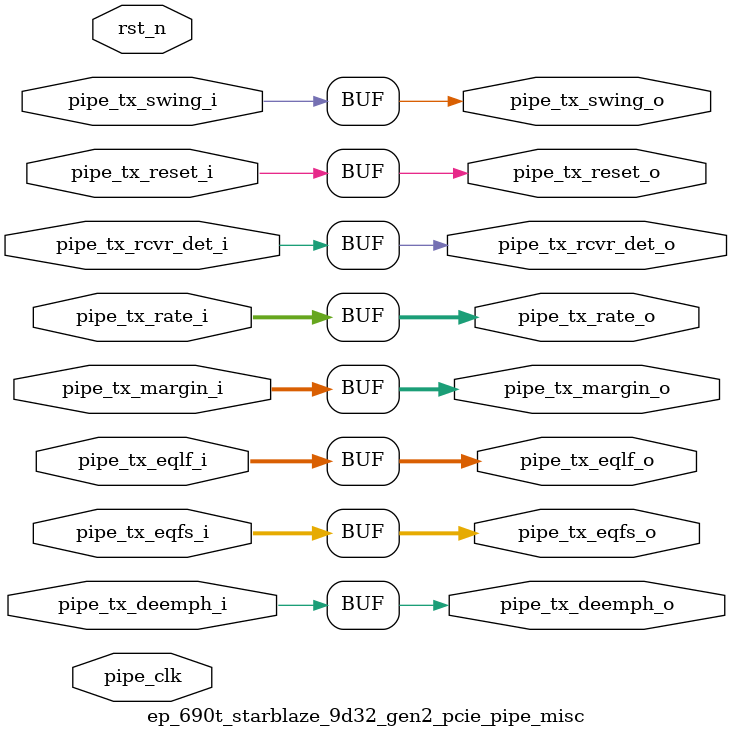
<source format=v>

`timescale 1ps/1ps

module ep_690t_starblaze_9d32_gen2_pcie_pipe_misc #
(
  parameter        TCQ = 100,
  parameter        PIPE_PIPELINE_STAGES = 0    // 0 - 0 stages, 1 - 1 stage, 2 - 2 stages
) (

  input   wire        pipe_tx_rcvr_det_i      ,     // PIPE Tx Receiver Detect
  input   wire        pipe_tx_reset_i         ,     // PIPE Tx Reset
  input   wire [1:0]  pipe_tx_rate_i          ,     // PIPE Tx Rate
  input   wire        pipe_tx_deemph_i        ,     // PIPE Tx Deemphasis
  input   wire [2:0]  pipe_tx_margin_i        ,     // PIPE Tx Margin
  input   wire        pipe_tx_swing_i         ,     // PIPE Tx Swing
  input   wire [5:0]  pipe_tx_eqfs_i          ,     // PIPE Tx
  input   wire [5:0]  pipe_tx_eqlf_i          ,     // PIPE Tx
  output  wire        pipe_tx_rcvr_det_o      ,     // Pipelined PIPE Tx Receiver Detect
  output  wire        pipe_tx_reset_o         ,     // Pipelined PIPE Tx Reset
  output  wire [1:0]  pipe_tx_rate_o          ,     // Pipelined PIPE Tx Rate
  output  wire        pipe_tx_deemph_o        ,     // Pipelined PIPE Tx Deemphasis
  output  wire [2:0]  pipe_tx_margin_o        ,     // Pipelined PIPE Tx Margin
  output  wire        pipe_tx_swing_o         ,     // Pipelined PIPE Tx Swing
  output wire [5:0]  pipe_tx_eqfs_o           ,     // PIPE Tx
  output wire [5:0]  pipe_tx_eqlf_o           ,     // PIPE Tx

  input   wire        pipe_clk                ,     // PIPE Clock
  input   wire        rst_n                         // Reset
);

  //******************************************************************//
  // Reality check.                                                   //
  //******************************************************************//

  reg                pipe_tx_rcvr_det_q       ;
  reg                pipe_tx_reset_q          ;
  reg [1:0]          pipe_tx_rate_q           ;
  reg                pipe_tx_deemph_q         ;
  reg [2:0]          pipe_tx_margin_q         ;
  reg                pipe_tx_swing_q          ;
  reg                pipe_tx_eqfs_q          ;
  reg                pipe_tx_eqlf_q          ;

  reg                pipe_tx_rcvr_det_qq      ;
  reg                pipe_tx_reset_qq         ;
  reg [1:0]          pipe_tx_rate_qq          ;
  reg                pipe_tx_deemph_qq        ;
  reg [2:0]          pipe_tx_margin_qq        ;
  reg                pipe_tx_swing_qq         ;
  reg                pipe_tx_eqfs_qq          ;
  reg                pipe_tx_eqlf_qq          ;


  generate

  if (PIPE_PIPELINE_STAGES == 0) begin : pipe_stages_0

      assign pipe_tx_rcvr_det_o = pipe_tx_rcvr_det_i;
      assign pipe_tx_reset_o    = pipe_tx_reset_i;
      assign pipe_tx_rate_o     = pipe_tx_rate_i;
      assign pipe_tx_deemph_o   = pipe_tx_deemph_i;
      assign pipe_tx_margin_o   = pipe_tx_margin_i;
      assign pipe_tx_swing_o    = pipe_tx_swing_i;
      assign pipe_tx_eqfs_o     = pipe_tx_eqfs_i;
      assign pipe_tx_eqlf_o     = pipe_tx_eqlf_i;

  end // if (PIPE_PIPELINE_STAGES == 0)
  else if (PIPE_PIPELINE_STAGES == 1) begin : pipe_stages_1

    always @(posedge pipe_clk) begin

      if (!rst_n)
      begin

        pipe_tx_rcvr_det_q <= #TCQ 1'b0;
        pipe_tx_reset_q    <= #TCQ 1'b1;
        pipe_tx_rate_q     <= #TCQ 2'b0;
        pipe_tx_deemph_q   <= #TCQ 1'b1;
        pipe_tx_margin_q   <= #TCQ 3'b0;
        pipe_tx_swing_q    <= #TCQ 1'b0;
        pipe_tx_eqfs_q     <= #TCQ 5'b0;
        pipe_tx_eqlf_q     <= #TCQ 5'b0;

      end
      else
      begin

        pipe_tx_rcvr_det_q <= #TCQ pipe_tx_rcvr_det_i;
        pipe_tx_reset_q    <= #TCQ pipe_tx_reset_i;
        pipe_tx_rate_q     <= #TCQ pipe_tx_rate_i;
        pipe_tx_deemph_q   <= #TCQ pipe_tx_deemph_i;
        pipe_tx_margin_q   <= #TCQ pipe_tx_margin_i;
        pipe_tx_swing_q    <= #TCQ pipe_tx_swing_i;
        pipe_tx_eqfs_q     <= #TCQ pipe_tx_eqfs_i;
        pipe_tx_eqlf_q     <= #TCQ pipe_tx_eqlf_i;

      end

    end

    assign pipe_tx_rcvr_det_o = pipe_tx_rcvr_det_q;
    assign pipe_tx_reset_o    = pipe_tx_reset_q;
    assign pipe_tx_rate_o     = pipe_tx_rate_q;
    assign pipe_tx_deemph_o   = pipe_tx_deemph_q;
    assign pipe_tx_margin_o   = pipe_tx_margin_q;
    assign pipe_tx_swing_o    = pipe_tx_swing_q;
    assign pipe_tx_eqfs_o     = pipe_tx_eqfs_q;
    assign pipe_tx_eqlf_o     = pipe_tx_eqlf_q;

  end // if (PIPE_PIPELINE_STAGES == 1)
  else if (PIPE_PIPELINE_STAGES == 2) begin : pipe_stages_2

    always @(posedge pipe_clk) begin

      if (!rst_n)
      begin

        pipe_tx_rcvr_det_q  <= #TCQ 1'b0;
        pipe_tx_reset_q     <= #TCQ 1'b1;
        pipe_tx_rate_q      <= #TCQ 2'b0;
        pipe_tx_deemph_q    <= #TCQ 1'b1;
        pipe_tx_margin_q    <= #TCQ 1'b0;
        pipe_tx_swing_q     <= #TCQ 1'b0;
        pipe_tx_eqfs_q      <= #TCQ 5'b0;
        pipe_tx_eqlf_q      <= #TCQ 5'b0;

        pipe_tx_rcvr_det_qq <= #TCQ 1'b0;
        pipe_tx_reset_qq    <= #TCQ 1'b1;
        pipe_tx_rate_qq     <= #TCQ 2'b0;
        pipe_tx_deemph_qq   <= #TCQ 1'b1;
        pipe_tx_margin_qq   <= #TCQ 1'b0;
        pipe_tx_swing_qq    <= #TCQ 1'b0;
        pipe_tx_eqfs_qq     <= #TCQ 5'b0;
        pipe_tx_eqlf_qq     <= #TCQ 5'b0;

      end
      else
      begin

        pipe_tx_rcvr_det_q  <= #TCQ pipe_tx_rcvr_det_i;
        pipe_tx_reset_q     <= #TCQ pipe_tx_reset_i;
        pipe_tx_rate_q      <= #TCQ pipe_tx_rate_i;
        pipe_tx_deemph_q    <= #TCQ pipe_tx_deemph_i;
        pipe_tx_margin_q    <= #TCQ pipe_tx_margin_i;
        pipe_tx_swing_q     <= #TCQ pipe_tx_swing_i;
        pipe_tx_eqfs_q      <= #TCQ pipe_tx_eqfs_i;
        pipe_tx_eqlf_q      <= #TCQ pipe_tx_eqlf_i;

        pipe_tx_rcvr_det_qq <= #TCQ pipe_tx_rcvr_det_q;
        pipe_tx_reset_qq    <= #TCQ pipe_tx_reset_q;
        pipe_tx_rate_qq     <= #TCQ pipe_tx_rate_q;
        pipe_tx_deemph_qq   <= #TCQ pipe_tx_deemph_q;
        pipe_tx_margin_qq   <= #TCQ pipe_tx_margin_q;
        pipe_tx_swing_qq    <= #TCQ pipe_tx_swing_q;
        pipe_tx_eqfs_qq     <= #TCQ pipe_tx_eqfs_q;
        pipe_tx_eqlf_qq     <= #TCQ pipe_tx_eqlf_q;

      end

    end

    assign pipe_tx_rcvr_det_o = pipe_tx_rcvr_det_qq;
    assign pipe_tx_reset_o    = pipe_tx_reset_qq;
    assign pipe_tx_rate_o     = pipe_tx_rate_qq;
    assign pipe_tx_deemph_o   = pipe_tx_deemph_qq;
    assign pipe_tx_margin_o   = pipe_tx_margin_qq;
    assign pipe_tx_swing_o    = pipe_tx_swing_qq;
    assign pipe_tx_eqfs_o     = pipe_tx_eqfs_qq;
    assign pipe_tx_eqlf_o     = pipe_tx_eqlf_qq;

  end // if (PIPE_PIPELINE_STAGES == 2)

  // Default to zero pipeline stages if PIPE_PIPELINE_STAGES != 0,1,2
  else begin
    assign pipe_tx_rcvr_det_o = pipe_tx_rcvr_det_i;
    assign pipe_tx_reset_o    = pipe_tx_reset_i;
    assign pipe_tx_rate_o     = pipe_tx_rate_i;
    assign pipe_tx_deemph_o   = pipe_tx_deemph_i;
    assign pipe_tx_margin_o   = pipe_tx_margin_i;
    assign pipe_tx_swing_o    = pipe_tx_swing_i;
    assign pipe_tx_eqfs_o     = pipe_tx_eqfs_i;
    assign pipe_tx_eqlf_o     = pipe_tx_eqlf_i;
  end
  endgenerate

endmodule


</source>
